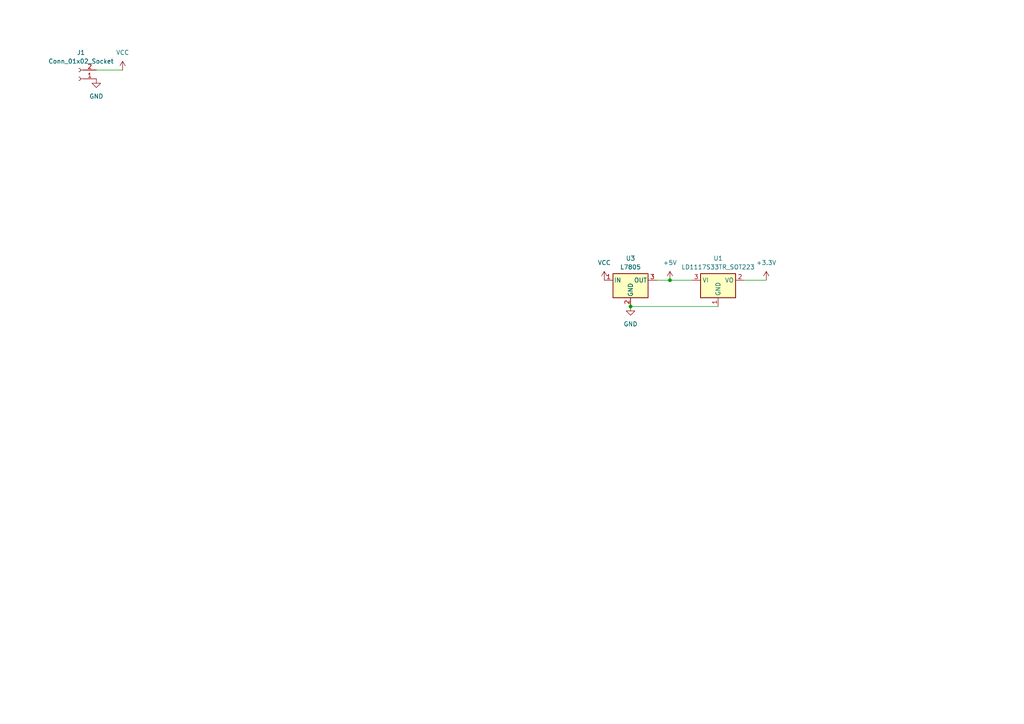
<source format=kicad_sch>
(kicad_sch (version 20250114) (generator "eeschema") (generator_version "9.0")
  (paper "A4")
  (lib_symbols
    (symbol "Connector:Conn_01x02_Socket" (pin_names (offset 1.016) (hide yes))
      (property "Reference" "J" (at 0 2.54 0))
      (property "Value" "Conn_01x02_Socket" (at 0 -5.08 0))
      (symbol "Conn_01x02_Socket_1_1"
        (polyline (pts (xy -1.27 0) (xy -0.508 0)) (stroke (width 0.1524)))
        (polyline (pts (xy -1.27 -2.54) (xy -0.508 -2.54)) (stroke (width 0.1524)))
        (arc (start 0 -0.508) (mid -0.5058 0) (end 0 0.508) (stroke (width 0.1524)))
        (arc (start 0 -3.048) (mid -0.5058 -2.54) (end 0 -2.032) (stroke (width 0.1524)))
        (pin passive line (at -5.08 0 0) (length 3.81) (name "Pin_1") (number "1"))
        (pin passive line (at -5.08 -2.54 0) (length 3.81) (name "Pin_2") (number "2"))
      )
    )
    (symbol "Regulator_Linear:L7805" (pin_names (offset 0.254))
      (property "Reference" "U" (at -3.81 3.175 0))
      (property "Value" "L7805" (at 0 3.175 0))
      (symbol "L7805_0_1"
        (rectangle (start -5.08 1.905) (end 5.08 -5.08) (stroke (width 0.254)) (fill (type background)))
      )
      (symbol "L7805_1_1"
        (pin power_in line (at -7.62 0 0) (length 2.54) (name "IN") (number "1"))
        (pin power_in line (at 0 -7.62 90) (length 2.54) (name "GND") (number "2"))
        (pin power_out line (at 7.62 0 180) (length 2.54) (name "OUT") (number "3"))
      )
    )
    (symbol "Regulator_Linear:LD1117S33TR_SOT223"
      (property "Reference" "U" (at -3.81 3.175 0))
      (property "Value" "LD1117S33TR_SOT223" (at 0 3.175 0))
      (symbol "LD1117S33TR_SOT223_0_1"
        (rectangle (start -5.08 -5.08) (end 5.08 1.905) (stroke (width 0.254)) (fill (type background)))
      )
      (symbol "LD1117S33TR_SOT223_1_1"
        (pin power_in line (at -7.62 0 0) (length 2.54) (name "VI") (number "3"))
        (pin power_in line (at 0 -7.62 90) (length 2.54) (name "GND") (number "1"))
        (pin power_out line (at 7.62 0 180) (length 2.54) (name "VO") (number "2"))
      )
    )
    (symbol "power:+3.3V" (power) (pin_numbers (hide yes)) (pin_names (offset 0) (hide yes))
      (property "Value" "+3.3V" (at 0 3.556 0))
      (symbol "+3.3V_0_1"
        (polyline (pts (xy -0.762 1.27) (xy 0 2.54)))
        (polyline (pts (xy 0 2.54) (xy 0.762 1.27)))
        (polyline (pts (xy 0 0) (xy 0 2.54)))
      )
      (symbol "+3.3V_1_1"
        (pin power_in line (at 0 0 90) (length 0) (name "~") (number "1"))
      )
    )
    (symbol "power:+5V" (power) (pin_numbers (hide yes)) (pin_names (offset 0) (hide yes))
      (property "Value" "+5V" (at 0 3.556 0))
      (symbol "+5V_0_1"
        (polyline (pts (xy -0.762 1.27) (xy 0 2.54)))
        (polyline (pts (xy 0 2.54) (xy 0.762 1.27)))
        (polyline (pts (xy 0 0) (xy 0 2.54)))
      )
      (symbol "+5V_1_1"
        (pin power_in line (at 0 0 90) (length 0) (name "~") (number "1"))
      )
    )
    (symbol "power:GND" (power) (pin_numbers (hide yes)) (pin_names (offset 0) (hide yes))
      (property "Value" "GND" (at 0 -3.81 0))
      (symbol "GND_0_1"
        (polyline (pts (xy 0 0) (xy 0 -1.27) (xy 1.27 -1.27) (xy 0 -2.54) (xy -1.27 -1.27) (xy 0 -1.27)))
      )
      (symbol "GND_1_1"
        (pin power_in line (at 0 0 270) (length 0) (name "~") (number "1"))
      )
    )
    (symbol "power:VCC" (power) (pin_numbers (hide yes)) (pin_names (offset 0) (hide yes))
      (property "Value" "VCC" (at 0 3.556 0))
      (symbol "VCC_0_1"
        (polyline (pts (xy -0.762 1.27) (xy 0 2.54)))
        (polyline (pts (xy 0 2.54) (xy 0.762 1.27)))
        (polyline (pts (xy 0 0) (xy 0 2.54)))
      )
      (symbol "VCC_1_1"
        (pin power_in line (at 0 0 90) (length 0) (name "~") (number "1"))
      )
    )
  )
  (junction (at 182.88 88.9))
  (junction (at 194.31 81.28))
  (wire (pts (xy 194.31 81.28) (xy 200.66 81.28)))
  (wire (pts (xy 182.88 88.9) (xy 208.28 88.9)))
  (wire (pts (xy 222.25 81.28) (xy 215.9 81.28)))
  (wire (pts (xy 190.5 81.28) (xy 194.31 81.28)))
  (wire (pts (xy 35.56 20.32) (xy 27.94 20.32)))
  (symbol (lib_id "power:+5V") (at 194.31 81.28 0) (unit 1)
    (property "Reference" "#PWR06" (effects (hide yes)))
    (property "Value" "+5V" (at 194.31 76.2 0))
    (property "Description" "Power symbol creates a global label with name \"+5V\"" (effects (hide yes)))
  )
  (symbol (lib_id "Regulator_Linear:L7805") (at 182.88 81.28 0) (unit 1)
    (property "Reference" "U3" (at 182.88 74.93 0))
    (property "Value" "L7805" (at 182.88 77.47 0))
    (property "Footprint" "Package_TO_SOT_THT:TO-220-3_Horizontal_TabDown" (effects (hide yes)))
    (property "Datasheet" "http://www.st.com/content/ccc/resource/technical/document/datasheet/41/4f/b3/b0/12/d4/47/88/CD00000444.pdf/files/CD00000444.pdf/jcr:content/translations/en.CD00000444.pdf" (effects (hide yes)))
    (property "Description" "Positive 1.5A 35V Linear Regulator, Fixed Output 5V, TO-220/TO-263/TO-252" (effects (hide yes)))
  )
  (symbol (lib_id "Regulator_Linear:LD1117S33TR_SOT223") (at 208.28 81.28 0) (unit 1)
    (property "Reference" "U1" (at 208.28 74.93 0))
    (property "Value" "LD1117S33TR_SOT223" (at 208.28 77.47 0))
    (property "Footprint" "Package_TO_SOT_SMD:SOT-223-3_TabPin2" (effects (hide yes)))
    (property "Datasheet" "http://www.st.com/st-web-ui/static/active/en/resource/technical/document/datasheet/CD00000544.pdf" (effects (hide yes)))
    (property "Description" "800mA Fixed Low Drop Positive Voltage Regulator, Fixed Output 3.3V, SOT-223" (effects (hide yes)))
  )
  (symbol (lib_id "power:VCC") (at 175.26 81.28 0) (unit 1)
    (property "Reference" "#PWR013" (effects (hide yes)))
    (property "Value" "VCC" (at 175.26 76.2 0))
    (property "Description" "Power symbol creates a global label with name \"VCC\"" (effects (hide yes)))
  )
  (symbol (lib_id "power:VCC") (at 35.56 20.32 0) (unit 1)
    (property "Reference" "#PWR08" (effects (hide yes)))
    (property "Value" "VCC" (at 35.56 15.24 0))
    (property "Description" "Power symbol creates a global label with name \"VCC\"" (effects (hide yes)))
  )
  (symbol (lib_id "power:GND") (at 27.94 22.86 0) (unit 1)
    (property "Reference" "#PWR09" (effects (hide yes)))
    (property "Value" "GND" (at 27.94 27.94 0))
    (property "Description" "Power symbol creates a global label with name \"GND\" , ground" (effects (hide yes)))
  )
  (symbol (lib_id "power:+3.3V") (at 222.25 81.28 0) (unit 1)
    (property "Reference" "#PWR05" (effects (hide yes)))
    (property "Value" "+3.3V" (at 222.25 76.2 0))
    (property "Description" "Power symbol creates a global label with name \"+3.3V\"" (effects (hide yes)))
  )
  (symbol (lib_id "Connector:Conn_01x02_Socket") (at 22.86 22.86 180) (unit 1)
    (property "Reference" "J1" (at 23.495 15.24 0))
    (property "Value" "Conn_01x02_Socket" (at 23.495 17.78 0))
    (property "Footprint" "Connector_Wire:SolderWire-2sqmm_1x02_P7.8mm_D2mm_OD3.9mm_Relief" (effects (hide yes)))
    (property "Description" "Generic connector, single row, 01x02, script generated" (effects (hide yes)))
  )
  (symbol (lib_id "power:GND") (at 182.88 88.9 0) (unit 1)
    (property "Reference" "#PWR010" (effects (hide yes)))
    (property "Value" "GND" (at 182.88 93.98 0))
    (property "Description" "Power symbol creates a global label with name \"GND\" , ground" (effects (hide yes)))
  )
)
</source>
